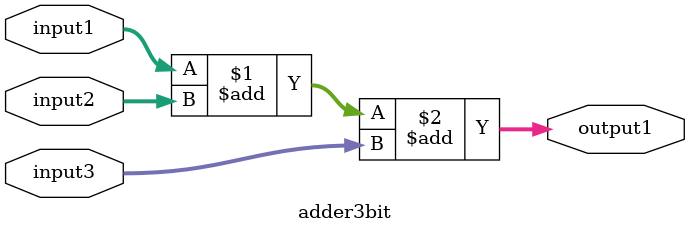
<source format=sv>
`timescale 1ns/1ns

module adder3bit(input signed[13:0] input1, input2, input3, output signed[13:0] output1);
    assign output1 = input1 + input2 + input3;
endmodule
</source>
